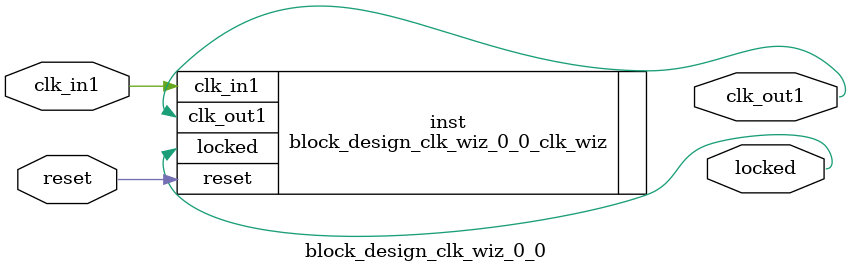
<source format=v>


`timescale 1ps/1ps

(* CORE_GENERATION_INFO = "block_design_clk_wiz_0_0,clk_wiz_v6_0_10_0_0,{component_name=block_design_clk_wiz_0_0,use_phase_alignment=true,use_min_o_jitter=false,use_max_i_jitter=false,use_dyn_phase_shift=false,use_inclk_switchover=false,use_dyn_reconfig=false,enable_axi=0,feedback_source=FDBK_AUTO,PRIMITIVE=MMCM,num_out_clk=1,clkin1_period=83.333,clkin2_period=10.0,use_power_down=false,use_reset=true,use_locked=true,use_inclk_stopped=false,feedback_type=SINGLE,CLOCK_MGR_TYPE=NA,manual_override=false}" *)

module block_design_clk_wiz_0_0 
 (
  // Clock out ports
  output        clk_out1,
  // Status and control signals
  input         reset,
  output        locked,
 // Clock in ports
  input         clk_in1
 );

  block_design_clk_wiz_0_0_clk_wiz inst
  (
  // Clock out ports  
  .clk_out1(clk_out1),
  // Status and control signals               
  .reset(reset), 
  .locked(locked),
 // Clock in ports
  .clk_in1(clk_in1)
  );

endmodule

</source>
